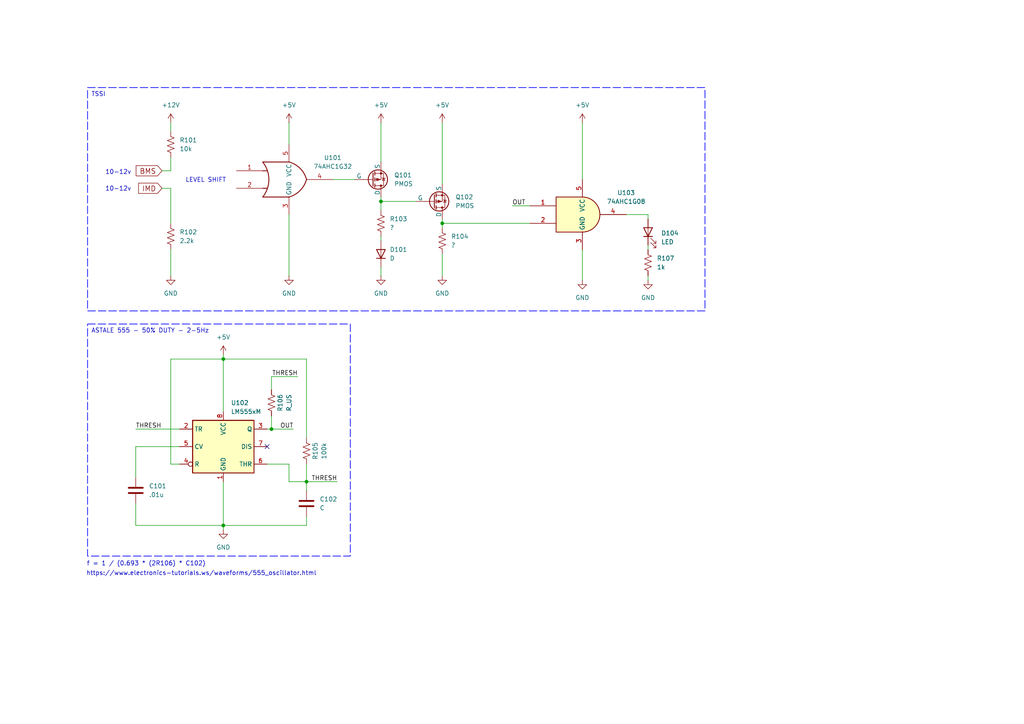
<source format=kicad_sch>
(kicad_sch (version 20231120) (generator "eeschema") (generator_version "8.0")
  (paper "A4")
  (title_block (title "TSSI") (date "2025-02-18") (rev "A") (company "FSAE") (comment 1 "Mason Lemoine"))
  (lib_symbols
    (symbol "+5V_1" (power) (pin_numbers hide) (pin_names (offset 0) hide)
      (property "Value" "+5V" (at 0 3.556 0))
      (symbol "+5V_1_0_1"
        (polyline (pts (xy -0.762 1.27) (xy 0 2.54)))
        (polyline (pts (xy 0 0) (xy 0 2.54)))
        (polyline (pts (xy 0 2.54) (xy 0.762 1.27)))
      )
      (symbol "+5V_1_1_1"
        (pin power_in line (at 0 0 90) (length 0) (name "~") (number "1"))
      )
    )
    (symbol "74xGxx:74AHC1G08"
      (property "Reference" "U" (at -2.54 3.81 0))
      (property "Value" "74AHC1G08" (at 0 -3.81 0))
      (symbol "74AHC1G08_0_1"
        (arc (start 0 -5.08) (mid 5.0579 0) (end 0 5.08) (stroke (width 0.254)) (fill (type background)))
        (polyline (pts (xy 0 -5.08) (xy -7.62 -5.08) (xy -7.62 5.08) (xy 0 5.08)) (stroke (width 0.254)) (fill (type background)))
      )
      (symbol "74AHC1G08_1_1"
        (pin input line (at -15.24 2.54 0) (length 7.62) (name "~") (number "1"))
        (pin input line (at -15.24 -2.54 0) (length 7.62) (name "~") (number "2"))
        (pin power_in line (at 0 -10.16 90) (length 5.08) (name "GND") (number "3"))
        (pin output line (at 12.7 0 180) (length 7.62) (name "~") (number "4"))
        (pin power_in line (at 0 10.16 270) (length 5.08) (name "VCC") (number "5"))
      )
    )
    (symbol "74xGxx:74AHC1G32"
      (property "Reference" "U" (at -2.54 3.81 0))
      (property "Value" "74AHC1G32" (at 0 -3.81 0))
      (symbol "74AHC1G32_0_1"
        (arc (start -7.62 -5.08) (mid -5.838 0) (end -7.62 5.08) (stroke (width 0.254)))
        (arc (start 0 -5.08) (mid 3.1986 -3.2054) (end 5.08 0) (stroke (width 0.254)))
        (polyline (pts (xy -7.62 -2.54) (xy -6.35 -2.54)) (stroke (width 0.254)) (fill (type background)))
        (polyline (pts (xy -7.62 2.54) (xy -6.35 2.54)) (stroke (width 0.254)) (fill (type background)))
        (polyline (pts (xy 0 -5.08) (xy -7.62 -5.08)) (stroke (width 0.254)) (fill (type background)))
        (polyline (pts (xy 0 5.08) (xy -7.62 5.08)) (stroke (width 0.254)) (fill (type background)))
        (arc (start 5.08 0) (mid 3.2238 3.2304) (end 0 5.08) (stroke (width 0.254)))
      )
      (symbol "74AHC1G32_1_1"
        (pin input line (at -15.24 2.54 0) (length 7.62) (name "~") (number "1"))
        (pin input line (at -15.24 -2.54 0) (length 7.62) (name "~") (number "2"))
        (pin power_in line (at 0 -10.16 90) (length 5.08) (name "GND") (number "3"))
        (pin output line (at 12.7 0 180) (length 7.62) (name "~") (number "4"))
        (pin power_in line (at 0 10.16 270) (length 5.08) (name "VCC") (number "5"))
      )
    )
    (symbol "Device:C" (pin_numbers hide) (pin_names (offset 0.254))
      (property "Reference" "C" (at 0.635 2.54 0))
      (property "Value" "C" (at 0.635 -2.54 0))
      (symbol "C_0_1"
        (polyline (pts (xy -2.032 -0.762) (xy 2.032 -0.762)) (stroke (width 0.508)))
        (polyline (pts (xy -2.032 0.762) (xy 2.032 0.762)) (stroke (width 0.508)))
      )
      (symbol "C_1_1"
        (pin passive line (at 0 3.81 270) (length 2.794) (name "~") (number "1"))
        (pin passive line (at 0 -3.81 90) (length 2.794) (name "~") (number "2"))
      )
    )
    (symbol "Device:D" (pin_numbers hide) (pin_names (offset 1.016) hide)
      (property "Reference" "D" (at 0 2.54 0))
      (property "Value" "D" (at 0 -2.54 0))
      (symbol "D_0_1"
        (polyline (pts (xy -1.27 1.27) (xy -1.27 -1.27)) (stroke (width 0.254)))
        (polyline (pts (xy 1.27 0) (xy -1.27 0)))
        (polyline (pts (xy 1.27 1.27) (xy 1.27 -1.27) (xy -1.27 0) (xy 1.27 1.27)) (stroke (width 0.254)))
      )
      (symbol "D_1_1"
        (pin passive line (at -3.81 0 0) (length 2.54) (name "K") (number "1"))
        (pin passive line (at 3.81 0 180) (length 2.54) (name "A") (number "2"))
      )
    )
    (symbol "Device:LED" (pin_numbers hide) (pin_names (offset 1.016) hide)
      (property "Reference" "D" (at 0 2.54 0))
      (property "Value" "LED" (at 0 -2.54 0))
      (symbol "LED_0_1"
        (polyline (pts (xy -1.27 -1.27) (xy -1.27 1.27)) (stroke (width 0.254)))
        (polyline (pts (xy -1.27 0) (xy 1.27 0)))
        (polyline (pts (xy 1.27 -1.27) (xy 1.27 1.27) (xy -1.27 0) (xy 1.27 -1.27)) (stroke (width 0.254)))
        (polyline (pts (xy -3.048 -0.762) (xy -4.572 -2.286) (xy -3.81 -2.286) (xy -4.572 -2.286) (xy -4.572 -1.524)))
        (polyline (pts (xy -1.778 -0.762) (xy -3.302 -2.286) (xy -2.54 -2.286) (xy -3.302 -2.286) (xy -3.302 -1.524)))
      )
      (symbol "LED_1_1"
        (pin passive line (at -3.81 0 0) (length 2.54) (name "K") (number "1"))
        (pin passive line (at 3.81 0 180) (length 2.54) (name "A") (number "2"))
      )
    )
    (symbol "Device:R_US" (pin_numbers hide) (pin_names (offset 0))
      (property "Reference" "R" (at 2.54 0 90))
      (property "Value" "R_US" (at -2.54 0 90))
      (symbol "R_US_0_1"
        (polyline (pts (xy 0 -2.286) (xy 0 -2.54)))
        (polyline (pts (xy 0 2.286) (xy 0 2.54)))
        (polyline (pts (xy 0 -0.762) (xy 1.016 -1.143) (xy 0 -1.524) (xy -1.016 -1.905) (xy 0 -2.286)))
        (polyline (pts (xy 0 0.762) (xy 1.016 0.381) (xy 0 0) (xy -1.016 -0.381) (xy 0 -0.762)))
        (polyline (pts (xy 0 2.286) (xy 1.016 1.905) (xy 0 1.524) (xy -1.016 1.143) (xy 0 0.762)))
      )
      (symbol "R_US_1_1"
        (pin passive line (at 0 3.81 270) (length 1.27) (name "~") (number "1"))
        (pin passive line (at 0 -3.81 90) (length 1.27) (name "~") (number "2"))
      )
    )
    (symbol "Simulation_SPICE:PMOS" (pin_numbers hide) (pin_names (offset 0))
      (property "Reference" "Q" (at 5.08 1.27 0))
      (property "Value" "PMOS" (at 5.08 -1.27 0))
      (symbol "PMOS_0_1"
        (polyline (pts (xy 0.254 0) (xy -2.54 0)))
        (polyline (pts (xy 0.254 1.905) (xy 0.254 -1.905)) (stroke (width 0.254)))
        (polyline (pts (xy 0.762 -1.27) (xy 0.762 -2.286)) (stroke (width 0.254)))
        (polyline (pts (xy 0.762 0.508) (xy 0.762 -0.508)) (stroke (width 0.254)))
        (polyline (pts (xy 0.762 2.286) (xy 0.762 1.27)) (stroke (width 0.254)))
        (polyline (pts (xy 2.54 2.54) (xy 2.54 1.778)))
        (polyline (pts (xy 2.54 -2.54) (xy 2.54 0) (xy 0.762 0)))
        (polyline (pts (xy 0.762 1.778) (xy 3.302 1.778) (xy 3.302 -1.778) (xy 0.762 -1.778)))
        (polyline (pts (xy 2.286 0) (xy 1.27 0.381) (xy 1.27 -0.381) (xy 2.286 0)) (fill (type outline)))
        (polyline (pts (xy 2.794 -0.508) (xy 2.921 -0.381) (xy 3.683 -0.381) (xy 3.81 -0.254)))
        (polyline (pts (xy 3.302 -0.381) (xy 2.921 0.254) (xy 3.683 0.254) (xy 3.302 -0.381)))
        (circle (center 1.651 0) (radius 2.794) (stroke (width 0.254)))
        (circle (center 2.54 -1.778) (radius 0.254) (fill (type outline)))
        (circle (center 2.54 1.778) (radius 0.254) (fill (type outline)))
      )
      (symbol "PMOS_1_1"
        (pin passive line (at 2.54 5.08 270) (length 2.54) (name "D") (number "1"))
        (pin input line (at -5.08 0 0) (length 2.54) (name "G") (number "2"))
        (pin passive line (at 2.54 -5.08 90) (length 2.54) (name "S") (number "3"))
      )
    )
    (symbol "Timer:LM555xM"
      (property "Reference" "U" (at -10.16 8.89 0))
      (property "Value" "LM555xM" (at 2.54 8.89 0))
      (symbol "LM555xM_0_0"
        (pin power_in line (at 0 -10.16 90) (length 2.54) (name "GND") (number "1"))
        (pin power_in line (at 0 10.16 270) (length 2.54) (name "VCC") (number "8"))
      )
      (symbol "LM555xM_0_1"
        (rectangle (start -8.89 -7.62) (end 8.89 7.62) (stroke (width 0.254)) (fill (type background)))
        (rectangle (start -8.89 -7.62) (end 8.89 7.62) (stroke (width 0.254)) (fill (type background)))
      )
      (symbol "LM555xM_1_1"
        (pin input line (at -12.7 5.08 0) (length 3.81) (name "TR") (number "2"))
        (pin output line (at 12.7 5.08 180) (length 3.81) (name "Q") (number "3"))
        (pin input inverted (at -12.7 -5.08 0) (length 3.81) (name "R") (number "4"))
        (pin input line (at -12.7 0 0) (length 3.81) (name "CV") (number "5"))
        (pin input line (at 12.7 -5.08 180) (length 3.81) (name "THR") (number "6"))
        (pin input line (at 12.7 0 180) (length 3.81) (name "DIS") (number "7"))
      )
    )
    (symbol "power:GND" (power) (pin_numbers hide) (pin_names (offset 0) hide)
      (property "Value" "GND" (at 0 -3.81 0))
      (symbol "GND_0_1"
        (polyline (pts (xy 0 0) (xy 0 -1.27) (xy 1.27 -1.27) (xy 0 -2.54) (xy -1.27 -1.27) (xy 0 -1.27)))
      )
      (symbol "GND_1_1"
        (pin power_in line (at 0 0 270) (length 0) (name "~") (number "1"))
      )
    )
  )
  (junction (at 64.77 152.4))
  (junction (at 110.49 58.42))
  (junction (at 88.9 139.7))
  (junction (at 64.77 104.14))
  (junction (at 128.27 64.77))
  (junction (at 78.74 124.46))
  (no_connect (at 77.47 129.54))
  (wire (pts (xy 110.49 80.01) (xy 110.49 77.47)))
  (wire (pts (xy 78.74 109.22) (xy 78.74 113.03)))
  (wire (pts (xy 64.77 104.14) (xy 64.77 119.38)))
  (wire (pts (xy 110.49 58.42) (xy 110.49 60.96)))
  (wire (pts (xy 96.52 52.07) (xy 102.87 52.07)))
  (wire (pts (xy 64.77 152.4) (xy 88.9 152.4)))
  (wire (pts (xy 83.82 35.56) (xy 83.82 41.91)))
  (wire (pts (xy 49.53 104.14) (xy 64.77 104.14)))
  (wire (pts (xy 128.27 63.5) (xy 128.27 64.77)))
  (wire (pts (xy 39.37 146.05) (xy 39.37 152.4)))
  (wire (pts (xy 83.82 134.62) (xy 77.47 134.62)))
  (wire (pts (xy 46.99 49.53) (xy 49.53 49.53)))
  (wire (pts (xy 110.49 58.42) (xy 120.65 58.42)))
  (wire (pts (xy 64.77 104.14) (xy 88.9 104.14)))
  (wire (pts (xy 46.99 54.61) (xy 49.53 54.61)))
  (wire (pts (xy 88.9 139.7) (xy 88.9 142.24)))
  (wire (pts (xy 64.77 152.4) (xy 64.77 153.67)))
  (wire (pts (xy 49.53 72.39) (xy 49.53 80.01)))
  (wire (pts (xy 85.09 124.46) (xy 78.74 124.46)))
  (wire (pts (xy 83.82 62.23) (xy 83.82 80.01)))
  (wire (pts (xy 168.91 35.56) (xy 168.91 52.07)))
  (wire (pts (xy 88.9 104.14) (xy 88.9 127)))
  (wire (pts (xy 64.77 139.7) (xy 64.77 152.4)))
  (wire (pts (xy 83.82 139.7) (xy 88.9 139.7)))
  (wire (pts (xy 39.37 124.46) (xy 52.07 124.46)))
  (wire (pts (xy 128.27 64.77) (xy 128.27 66.04)))
  (wire (pts (xy 181.61 62.23) (xy 187.96 62.23)))
  (wire (pts (xy 110.49 68.58) (xy 110.49 69.85)))
  (wire (pts (xy 88.9 149.86) (xy 88.9 152.4)))
  (wire (pts (xy 78.74 124.46) (xy 77.47 124.46)))
  (wire (pts (xy 88.9 134.62) (xy 88.9 139.7)))
  (wire (pts (xy 110.49 57.15) (xy 110.49 58.42)))
  (wire (pts (xy 86.36 109.22) (xy 78.74 109.22)))
  (wire (pts (xy 49.53 134.62) (xy 49.53 104.14)))
  (wire (pts (xy 168.91 72.39) (xy 168.91 81.28)))
  (wire (pts (xy 148.59 59.69) (xy 153.67 59.69)))
  (wire (pts (xy 128.27 73.66) (xy 128.27 80.01)))
  (wire (pts (xy 88.9 139.7) (xy 97.79 139.7)))
  (wire (pts (xy 49.53 54.61) (xy 49.53 64.77)))
  (wire (pts (xy 39.37 129.54) (xy 52.07 129.54)))
  (wire (pts (xy 64.77 102.87) (xy 64.77 104.14)))
  (wire (pts (xy 39.37 152.4) (xy 64.77 152.4)))
  (wire (pts (xy 49.53 45.72) (xy 49.53 49.53)))
  (wire (pts (xy 78.74 120.65) (xy 78.74 124.46)))
  (wire (pts (xy 128.27 35.56) (xy 128.27 53.34)))
  (wire (pts (xy 187.96 71.12) (xy 187.96 72.39)))
  (wire (pts (xy 128.27 64.77) (xy 153.67 64.77)))
  (wire (pts (xy 39.37 129.54) (xy 39.37 138.43)))
  (wire (pts (xy 83.82 134.62) (xy 83.82 139.7)))
  (wire (pts (xy 49.53 35.56) (xy 49.53 38.1)))
  (wire (pts (xy 52.07 134.62) (xy 49.53 134.62)))
  (wire (pts (xy 187.96 80.01) (xy 187.96 81.28)))
  (wire (pts (xy 110.49 35.56) (xy 110.49 46.99)))
  (wire (pts (xy 187.96 62.23) (xy 187.96 63.5)))
  (text_box "ASTALE 555 - 50% DUTY - 2-5Hz" (at 25.4 93.98 0) (size 76.2 67.31) (stroke (width 0.2032) (type dash) (color 0 0 255 1)) (effects (font (size 1.27 1.27)) (justify left top)))
  (text_box "TSSI" (at 25.4 25.4 0) (size 179.07 64.77) (stroke (width 0.2032) (type dash) (color 0 0 255 1)) (effects (font (size 1.27 1.27)) (justify left top)))
  (text "10-12v\n" (at 34.29 54.864 0) (effects (font (size 1.27 1.27))))
  (text "f = 1 / (0.693 * (2R106) * C102)" (at 25.146 163.576 0) (effects (font (size 1.27 1.27)) (justify left)))
  (text "LEVEL SHIFT" (at 59.69 52.324 0) (effects (font (size 1.27 1.27))))
  (text "https://www.electronics-tutorials.ws/waveforms/555_oscillator.html" (at 58.42 166.37 0) (effects (font (size 1.27 1.27))))
  (text "10-12v\n" (at 34.29 50.038 0) (effects (font (size 1.27 1.27))))
  (label "OUT" (at 148.59 59.69 0))
  (label "THRESH" (at 86.36 109.22 180))
  (label "THRESH" (at 39.37 124.46 0))
  (label "THRESH" (at 97.79 139.7 180))
  (label "OUT" (at 85.09 124.46 180))
  (global_label "IMD" (shape input) (at 46.99 54.61 180) (effects (font (size 1.5 1.5))) (property "Intersheetrefs" "${INTERSHEET_REFS}" (effects (hide yes))))
  (global_label "BMS" (shape input) (at 46.99 49.53 180) (effects (font (size 1.5 1.5))) (property "Intersheetrefs" "${INTERSHEET_REFS}" (effects (hide yes))))
  (symbol (lib_name "+5V_1") (lib_id "power:+5V") (at 49.53 35.56 0) (unit 1)
    (property "Reference" "#PWR0101" (effects (hide yes)))
    (property "Value" "+12V" (at 49.53 30.48 0))
    (property "Description" "Power symbol creates a global label with name \"+5V\"" (effects (hide yes)))
  )
  (symbol (lib_id "power:GND") (at 83.82 80.01 0) (unit 1)
    (property "Reference" "#PWR0104" (effects (hide yes)))
    (property "Value" "GND" (at 83.82 85.09 0))
    (property "Description" "Power symbol creates a global label with name \"GND\" , ground" (effects (hide yes)))
  )
  (symbol (lib_id "power:GND") (at 49.53 80.01 0) (unit 1)
    (property "Reference" "#PWR0102" (effects (hide yes)))
    (property "Value" "GND" (at 49.53 85.09 0))
    (property "Description" "Power symbol creates a global label with name \"GND\" , ground" (effects (hide yes)))
  )
  (symbol (lib_id "Device:R_US") (at 78.74 116.84 180) (unit 1)
    (property "Reference" "R106" (at 81.28 116.84 90))
    (property "Value" "R_US" (at 83.82 116.84 90))
    (property "Description" "Resistor, US symbol" (effects (hide yes)))
  )
  (symbol (lib_id "74xGxx:74AHC1G08") (at 168.91 62.23 0) (unit 1)
    (property "Reference" "U103" (at 181.61 55.9114 0))
    (property "Value" "74AHC1G08" (at 181.61 58.4514 0))
    (property "Datasheet" "http://www.ti.com/lit/sg/scyt129e/scyt129e.pdf" (effects (hide yes)))
    (property "Description" "Single AND Gate, Low-Voltage CMOS" (effects (hide yes)))
  )
  (symbol (lib_id "Timer:LM555xM") (at 64.77 129.54 0) (unit 1)
    (property "Reference" "U102" (at 66.9641 116.84 0) (effects (justify left)))
    (property "Value" "LM555xM" (at 66.9641 119.38 0) (effects (justify left)))
    (property "Footprint" "Package_SO:SOIC-8_3.9x4.9mm_P1.27mm" (effects (hide yes)))
    (property "Datasheet" "http://www.ti.com/lit/ds/symlink/lm555.pdf" (effects (hide yes)))
    (property "Description" "Timer, 555 compatible, SOIC-8" (effects (hide yes)))
  )
  (symbol (lib_id "74xGxx:74AHC1G32") (at 83.82 52.07 0) (unit 1)
    (property "Reference" "U101" (at 96.52 45.7514 0))
    (property "Value" "74AHC1G32" (at 96.52 48.2914 0))
    (property "Footprint" "Package_TO_SOT_SMD:SOT-23-5" (effects (hide yes)))
    (property "Datasheet" "http://www.ti.com/lit/sg/scyt129e/scyt129e.pdf" (effects (hide yes)))
    (property "Description" "Single OR Gate, Low-Voltage CMOS" (effects (hide yes)))
  )
  (symbol (lib_id "Device:R_US") (at 187.96 76.2 0) (unit 1)
    (property "Reference" "R107" (at 190.5 74.9299 0) (effects (justify left)))
    (property "Value" "1k" (at 190.5 77.4699 0) (effects (justify left)))
    (property "Description" "Resistor, US symbol" (effects (hide yes)))
  )
  (symbol (lib_id "power:GND") (at 187.96 81.28 0) (unit 1)
    (property "Reference" "#PWR0111" (effects (hide yes)))
    (property "Value" "GND" (at 187.96 86.36 0))
    (property "Description" "Power symbol creates a global label with name \"GND\" , ground" (effects (hide yes)))
  )
  (symbol (lib_id "power:GND") (at 128.27 80.01 0) (unit 1)
    (property "Reference" "#PWR0108" (effects (hide yes)))
    (property "Value" "GND" (at 128.27 85.09 0))
    (property "Description" "Power symbol creates a global label with name \"GND\" , ground" (effects (hide yes)))
  )
  (symbol (lib_id "Device:R_US") (at 49.53 41.91 0) (unit 1)
    (property "Reference" "R101" (at 52.07 40.6399 0) (effects (justify left)))
    (property "Value" "10k" (at 52.07 43.1799 0) (effects (justify left)))
    (property "Description" "Resistor, US symbol" (effects (hide yes)))
  )
  (symbol (lib_id "power:GND") (at 168.91 81.28 0) (unit 1)
    (property "Reference" "#PWR0112" (effects (hide yes)))
    (property "Value" "GND" (at 168.91 86.36 0))
    (property "Description" "Power symbol creates a global label with name \"GND\" , ground" (effects (hide yes)))
  )
  (symbol (lib_id "Device:R_US") (at 110.49 64.77 0) (unit 1)
    (property "Reference" "R103" (at 113.03 63.4999 0) (effects (justify left)))
    (property "Value" "?" (at 113.03 66.0399 0) (effects (justify left)))
    (property "Description" "Resistor, US symbol" (effects (hide yes)))
  )
  (symbol (lib_id "Simulation_SPICE:PMOS") (at 107.95 52.07 0) (mirror x) (unit 1)
    (property "Reference" "Q101" (at 114.3 50.7999 0) (effects (justify left)))
    (property "Value" "PMOS" (at 114.3 53.3399 0) (effects (justify left)))
    (property "Datasheet" "https://ngspice.sourceforge.io/docs/ngspice-html-manual/manual.xhtml#cha_MOSFETs" (effects (hide yes)))
    (property "Description" "P-MOSFET transistor, drain/source/gate" (effects (hide yes)))
    (property "Sim.Device" "PMOS" (effects (hide yes)))
    (property "Sim.Type" "VDMOS" (effects (hide yes)))
    (property "Sim.Pins" "1=D 2=G 3=S" (effects (hide yes)))
  )
  (symbol (lib_id "Simulation_SPICE:PMOS") (at 125.73 58.42 0) (mirror x) (unit 1)
    (property "Reference" "Q102" (at 132.08 57.1499 0) (effects (justify left)))
    (property "Value" "PMOS" (at 132.08 59.6899 0) (effects (justify left)))
    (property "Datasheet" "https://ngspice.sourceforge.io/docs/ngspice-html-manual/manual.xhtml#cha_MOSFETs" (effects (hide yes)))
    (property "Description" "P-MOSFET transistor, drain/source/gate" (effects (hide yes)))
    (property "Sim.Device" "PMOS" (effects (hide yes)))
    (property "Sim.Type" "VDMOS" (effects (hide yes)))
    (property "Sim.Pins" "1=D 2=G 3=S" (effects (hide yes)))
  )
  (symbol (lib_name "+5V_1") (lib_id "power:+5V") (at 64.77 102.87 0) (unit 1)
    (property "Reference" "#PWR0109" (effects (hide yes)))
    (property "Value" "+5V" (at 64.77 97.79 0))
    (property "Description" "Power symbol creates a global label with name \"+5V\"" (effects (hide yes)))
  )
  (symbol (lib_name "+5V_1") (lib_id "power:+5V") (at 168.91 35.56 0) (unit 1)
    (property "Reference" "#PWR0113" (effects (hide yes)))
    (property "Value" "+5V" (at 168.91 30.48 0))
    (property "Description" "Power symbol creates a global label with name \"+5V\"" (effects (hide yes)))
  )
  (symbol (lib_id "Device:R_US") (at 49.53 68.58 0) (unit 1)
    (property "Reference" "R102" (at 52.07 67.3099 0) (effects (justify left)))
    (property "Value" "2.2k" (at 52.07 69.8499 0) (effects (justify left)))
    (property "Description" "Resistor, US symbol" (effects (hide yes)))
  )
  (symbol (lib_id "Device:C") (at 39.37 142.24 0) (unit 1)
    (property "Reference" "C101" (at 43.18 140.9699 0) (effects (justify left)))
    (property "Value" ".01u" (at 43.18 143.5099 0) (effects (justify left)))
    (property "Description" "Unpolarized capacitor" (effects (hide yes)))
  )
  (symbol (lib_id "power:GND") (at 64.77 153.67 0) (unit 1)
    (property "Reference" "#PWR0110" (effects (hide yes)))
    (property "Value" "GND" (at 64.77 158.75 0))
    (property "Description" "Power symbol creates a global label with name \"GND\" , ground" (effects (hide yes)))
  )
  (symbol (lib_name "+5V_1") (lib_id "power:+5V") (at 83.82 35.56 0) (unit 1)
    (property "Reference" "#PWR0103" (effects (hide yes)))
    (property "Value" "+5V" (at 83.82 30.48 0))
    (property "Description" "Power symbol creates a global label with name \"+5V\"" (effects (hide yes)))
  )
  (symbol (lib_id "power:GND") (at 110.49 80.01 0) (unit 1)
    (property "Reference" "#PWR0106" (effects (hide yes)))
    (property "Value" "GND" (at 110.49 85.09 0))
    (property "Description" "Power symbol creates a global label with name \"GND\" , ground" (effects (hide yes)))
  )
  (symbol (lib_name "+5V_1") (lib_id "power:+5V") (at 128.27 35.56 0) (unit 1)
    (property "Reference" "#PWR0107" (effects (hide yes)))
    (property "Value" "+5V" (at 128.27 30.48 0))
    (property "Description" "Power symbol creates a global label with name \"+5V\"" (effects (hide yes)))
  )
  (symbol (lib_id "Device:C") (at 88.9 146.05 180) (unit 1)
    (property "Reference" "C102" (at 92.71 144.7799 0) (effects (justify right)))
    (property "Value" "C" (at 92.71 147.3199 0) (effects (justify right)))
    (property "Description" "Unpolarized capacitor" (effects (hide yes)))
  )
  (symbol (lib_id "Device:D") (at 110.49 73.66 90) (unit 1)
    (property "Reference" "D101" (at 113.03 72.3899 90) (effects (justify right)))
    (property "Value" "D" (at 113.03 74.9299 90) (effects (justify right)))
    (property "Description" "Diode" (effects (hide yes)))
    (property "Sim.Device" "D" (effects (hide yes)))
    (property "Sim.Pins" "1=K 2=A" (effects (hide yes)))
  )
  (symbol (lib_id "Device:LED") (at 187.96 67.31 90) (unit 1)
    (property "Reference" "D104" (at 191.77 67.6274 90) (effects (justify right)))
    (property "Value" "LED" (at 191.77 70.1674 90) (effects (justify right)))
    (property "Description" "Light emitting diode" (effects (hide yes)))
  )
  (symbol (lib_id "Device:R_US") (at 88.9 130.81 180) (unit 1)
    (property "Reference" "R105" (at 91.44 130.81 90))
    (property "Value" "100k" (at 93.98 130.81 90))
    (property "Description" "Resistor, US symbol" (effects (hide yes)))
  )
  (symbol (lib_id "Device:R_US") (at 128.27 69.85 0) (unit 1)
    (property "Reference" "R104" (at 130.81 68.5799 0) (effects (justify left)))
    (property "Value" "?" (at 130.81 71.1199 0) (effects (justify left)))
    (property "Description" "Resistor, US symbol" (effects (hide yes)))
  )
  (symbol (lib_name "+5V_1") (lib_id "power:+5V") (at 110.49 35.56 0) (unit 1)
    (property "Reference" "#PWR0105" (effects (hide yes)))
    (property "Value" "+5V" (at 110.49 30.48 0))
    (property "Description" "Power symbol creates a global label with name \"+5V\"" (effects (hide yes)))
  )
)
</source>
